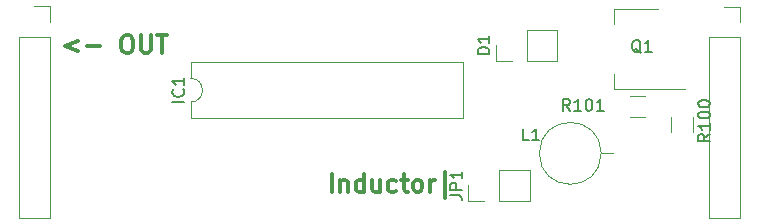
<source format=gto>
G04 #@! TF.GenerationSoftware,KiCad,Pcbnew,5.1.4-e60b266~84~ubuntu19.04.1*
G04 #@! TF.CreationDate,2019-08-18T18:54:56+02:00*
G04 #@! TF.ProjectId,ULN2803A_shield,554c4e32-3830-4334-915f-736869656c64,rev?*
G04 #@! TF.SameCoordinates,Original*
G04 #@! TF.FileFunction,Legend,Top*
G04 #@! TF.FilePolarity,Positive*
%FSLAX46Y46*%
G04 Gerber Fmt 4.6, Leading zero omitted, Abs format (unit mm)*
G04 Created by KiCad (PCBNEW 5.1.4-e60b266~84~ubuntu19.04.1) date 2019-08-18 18:54:56*
%MOMM*%
%LPD*%
G04 APERTURE LIST*
%ADD10C,0.300000*%
%ADD11C,0.120000*%
%ADD12C,0.150000*%
G04 APERTURE END LIST*
D10*
X63045714Y-109098571D02*
X63045714Y-107598571D01*
X63760000Y-108098571D02*
X63760000Y-109098571D01*
X63760000Y-108241428D02*
X63831428Y-108170000D01*
X63974285Y-108098571D01*
X64188571Y-108098571D01*
X64331428Y-108170000D01*
X64402857Y-108312857D01*
X64402857Y-109098571D01*
X65760000Y-109098571D02*
X65760000Y-107598571D01*
X65760000Y-109027142D02*
X65617142Y-109098571D01*
X65331428Y-109098571D01*
X65188571Y-109027142D01*
X65117142Y-108955714D01*
X65045714Y-108812857D01*
X65045714Y-108384285D01*
X65117142Y-108241428D01*
X65188571Y-108170000D01*
X65331428Y-108098571D01*
X65617142Y-108098571D01*
X65760000Y-108170000D01*
X67117142Y-108098571D02*
X67117142Y-109098571D01*
X66474285Y-108098571D02*
X66474285Y-108884285D01*
X66545714Y-109027142D01*
X66688571Y-109098571D01*
X66902857Y-109098571D01*
X67045714Y-109027142D01*
X67117142Y-108955714D01*
X68474285Y-109027142D02*
X68331428Y-109098571D01*
X68045714Y-109098571D01*
X67902857Y-109027142D01*
X67831428Y-108955714D01*
X67760000Y-108812857D01*
X67760000Y-108384285D01*
X67831428Y-108241428D01*
X67902857Y-108170000D01*
X68045714Y-108098571D01*
X68331428Y-108098571D01*
X68474285Y-108170000D01*
X68902857Y-108098571D02*
X69474285Y-108098571D01*
X69117142Y-107598571D02*
X69117142Y-108884285D01*
X69188571Y-109027142D01*
X69331428Y-109098571D01*
X69474285Y-109098571D01*
X70188571Y-109098571D02*
X70045714Y-109027142D01*
X69974285Y-108955714D01*
X69902857Y-108812857D01*
X69902857Y-108384285D01*
X69974285Y-108241428D01*
X70045714Y-108170000D01*
X70188571Y-108098571D01*
X70402857Y-108098571D01*
X70545714Y-108170000D01*
X70617142Y-108241428D01*
X70688571Y-108384285D01*
X70688571Y-108812857D01*
X70617142Y-108955714D01*
X70545714Y-109027142D01*
X70402857Y-109098571D01*
X70188571Y-109098571D01*
X71331428Y-109098571D02*
X71331428Y-108098571D01*
X71331428Y-108384285D02*
X71402857Y-108241428D01*
X71474285Y-108170000D01*
X71617142Y-108098571D01*
X71760000Y-108098571D01*
X72617142Y-109598571D02*
X72617142Y-107455714D01*
X41578571Y-96358571D02*
X40435714Y-96787142D01*
X41578571Y-97215714D01*
X42292857Y-96787142D02*
X43435714Y-96787142D01*
X45578571Y-95858571D02*
X45864285Y-95858571D01*
X46007142Y-95930000D01*
X46150000Y-96072857D01*
X46221428Y-96358571D01*
X46221428Y-96858571D01*
X46150000Y-97144285D01*
X46007142Y-97287142D01*
X45864285Y-97358571D01*
X45578571Y-97358571D01*
X45435714Y-97287142D01*
X45292857Y-97144285D01*
X45221428Y-96858571D01*
X45221428Y-96358571D01*
X45292857Y-96072857D01*
X45435714Y-95930000D01*
X45578571Y-95858571D01*
X46864285Y-95858571D02*
X46864285Y-97072857D01*
X46935714Y-97215714D01*
X47007142Y-97287142D01*
X47150000Y-97358571D01*
X47435714Y-97358571D01*
X47578571Y-97287142D01*
X47650000Y-97215714D01*
X47721428Y-97072857D01*
X47721428Y-95858571D01*
X48221428Y-95858571D02*
X49078571Y-95858571D01*
X48650000Y-97358571D02*
X48650000Y-95858571D01*
D11*
X86900000Y-93610000D02*
X86900000Y-94870000D01*
X86900000Y-100430000D02*
X86900000Y-99170000D01*
X90660000Y-93610000D02*
X86900000Y-93610000D01*
X92910000Y-100430000D02*
X86900000Y-100430000D01*
X85840000Y-105850000D02*
X86800000Y-105850000D01*
X85840000Y-105850000D02*
G75*
G03X85840000Y-105850000I-2620000J0D01*
G01*
X51080000Y-101500000D02*
X51080000Y-102870000D01*
X51080000Y-102870000D02*
X74180000Y-102870000D01*
X74180000Y-102870000D02*
X74180000Y-98130000D01*
X74180000Y-98130000D02*
X51080000Y-98130000D01*
X51080000Y-98130000D02*
X51080000Y-99500000D01*
X51080000Y-99500000D02*
G75*
G02X51080000Y-101500000I0J-1000000D01*
G01*
X79800000Y-109890000D02*
X79800000Y-107230000D01*
X77200000Y-109890000D02*
X79800000Y-109890000D01*
X77200000Y-107230000D02*
X79800000Y-107230000D01*
X77200000Y-109890000D02*
X77200000Y-107230000D01*
X75930000Y-109890000D02*
X74600000Y-109890000D01*
X74600000Y-109890000D02*
X74600000Y-108560000D01*
X82120000Y-98040000D02*
X82120000Y-95380000D01*
X79520000Y-98040000D02*
X82120000Y-98040000D01*
X79520000Y-95380000D02*
X82120000Y-95380000D01*
X79520000Y-98040000D02*
X79520000Y-95380000D01*
X78250000Y-98040000D02*
X76920000Y-98040000D01*
X76920000Y-98040000D02*
X76920000Y-96710000D01*
X94950000Y-96020000D02*
X97610000Y-96020000D01*
X94950000Y-96020000D02*
X94950000Y-111320000D01*
X94950000Y-111320000D02*
X97610000Y-111320000D01*
X97610000Y-96020000D02*
X97610000Y-111320000D01*
X97610000Y-93420000D02*
X97610000Y-94750000D01*
X96280000Y-93420000D02*
X97610000Y-93420000D01*
X37860000Y-93390000D02*
X39190000Y-93390000D01*
X39190000Y-93390000D02*
X39190000Y-94720000D01*
X39190000Y-95990000D02*
X39190000Y-111290000D01*
X36530000Y-111290000D02*
X39190000Y-111290000D01*
X36530000Y-95990000D02*
X36530000Y-111290000D01*
X36530000Y-95990000D02*
X39190000Y-95990000D01*
X91790000Y-102797936D02*
X91790000Y-104002064D01*
X93610000Y-102797936D02*
X93610000Y-104002064D01*
X89514564Y-102810000D02*
X88310436Y-102810000D01*
X89514564Y-100990000D02*
X88310436Y-100990000D01*
D12*
X89204761Y-97347619D02*
X89109523Y-97300000D01*
X89014285Y-97204761D01*
X88871428Y-97061904D01*
X88776190Y-97014285D01*
X88680952Y-97014285D01*
X88728571Y-97252380D02*
X88633333Y-97204761D01*
X88538095Y-97109523D01*
X88490476Y-96919047D01*
X88490476Y-96585714D01*
X88538095Y-96395238D01*
X88633333Y-96300000D01*
X88728571Y-96252380D01*
X88919047Y-96252380D01*
X89014285Y-96300000D01*
X89109523Y-96395238D01*
X89157142Y-96585714D01*
X89157142Y-96919047D01*
X89109523Y-97109523D01*
X89014285Y-97204761D01*
X88919047Y-97252380D01*
X88728571Y-97252380D01*
X90109523Y-97252380D02*
X89538095Y-97252380D01*
X89823809Y-97252380D02*
X89823809Y-96252380D01*
X89728571Y-96395238D01*
X89633333Y-96490476D01*
X89538095Y-96538095D01*
X79733333Y-104752380D02*
X79257142Y-104752380D01*
X79257142Y-103752380D01*
X80590476Y-104752380D02*
X80019047Y-104752380D01*
X80304761Y-104752380D02*
X80304761Y-103752380D01*
X80209523Y-103895238D01*
X80114285Y-103990476D01*
X80019047Y-104038095D01*
X50532380Y-101476190D02*
X49532380Y-101476190D01*
X50437142Y-100428571D02*
X50484761Y-100476190D01*
X50532380Y-100619047D01*
X50532380Y-100714285D01*
X50484761Y-100857142D01*
X50389523Y-100952380D01*
X50294285Y-101000000D01*
X50103809Y-101047619D01*
X49960952Y-101047619D01*
X49770476Y-101000000D01*
X49675238Y-100952380D01*
X49580000Y-100857142D01*
X49532380Y-100714285D01*
X49532380Y-100619047D01*
X49580000Y-100476190D01*
X49627619Y-100428571D01*
X50532380Y-99476190D02*
X50532380Y-100047619D01*
X50532380Y-99761904D02*
X49532380Y-99761904D01*
X49675238Y-99857142D01*
X49770476Y-99952380D01*
X49818095Y-100047619D01*
X73052380Y-109393333D02*
X73766666Y-109393333D01*
X73909523Y-109440952D01*
X74004761Y-109536190D01*
X74052380Y-109679047D01*
X74052380Y-109774285D01*
X74052380Y-108917142D02*
X73052380Y-108917142D01*
X73052380Y-108536190D01*
X73100000Y-108440952D01*
X73147619Y-108393333D01*
X73242857Y-108345714D01*
X73385714Y-108345714D01*
X73480952Y-108393333D01*
X73528571Y-108440952D01*
X73576190Y-108536190D01*
X73576190Y-108917142D01*
X74052380Y-107393333D02*
X74052380Y-107964761D01*
X74052380Y-107679047D02*
X73052380Y-107679047D01*
X73195238Y-107774285D01*
X73290476Y-107869523D01*
X73338095Y-107964761D01*
X76372380Y-97448095D02*
X75372380Y-97448095D01*
X75372380Y-97210000D01*
X75420000Y-97067142D01*
X75515238Y-96971904D01*
X75610476Y-96924285D01*
X75800952Y-96876666D01*
X75943809Y-96876666D01*
X76134285Y-96924285D01*
X76229523Y-96971904D01*
X76324761Y-97067142D01*
X76372380Y-97210000D01*
X76372380Y-97448095D01*
X76372380Y-95924285D02*
X76372380Y-96495714D01*
X76372380Y-96210000D02*
X75372380Y-96210000D01*
X75515238Y-96305238D01*
X75610476Y-96400476D01*
X75658095Y-96495714D01*
X95052380Y-104219047D02*
X94576190Y-104552380D01*
X95052380Y-104790476D02*
X94052380Y-104790476D01*
X94052380Y-104409523D01*
X94100000Y-104314285D01*
X94147619Y-104266666D01*
X94242857Y-104219047D01*
X94385714Y-104219047D01*
X94480952Y-104266666D01*
X94528571Y-104314285D01*
X94576190Y-104409523D01*
X94576190Y-104790476D01*
X95052380Y-103266666D02*
X95052380Y-103838095D01*
X95052380Y-103552380D02*
X94052380Y-103552380D01*
X94195238Y-103647619D01*
X94290476Y-103742857D01*
X94338095Y-103838095D01*
X94052380Y-102647619D02*
X94052380Y-102552380D01*
X94100000Y-102457142D01*
X94147619Y-102409523D01*
X94242857Y-102361904D01*
X94433333Y-102314285D01*
X94671428Y-102314285D01*
X94861904Y-102361904D01*
X94957142Y-102409523D01*
X95004761Y-102457142D01*
X95052380Y-102552380D01*
X95052380Y-102647619D01*
X95004761Y-102742857D01*
X94957142Y-102790476D01*
X94861904Y-102838095D01*
X94671428Y-102885714D01*
X94433333Y-102885714D01*
X94242857Y-102838095D01*
X94147619Y-102790476D01*
X94100000Y-102742857D01*
X94052380Y-102647619D01*
X94052380Y-101695238D02*
X94052380Y-101600000D01*
X94100000Y-101504761D01*
X94147619Y-101457142D01*
X94242857Y-101409523D01*
X94433333Y-101361904D01*
X94671428Y-101361904D01*
X94861904Y-101409523D01*
X94957142Y-101457142D01*
X95004761Y-101504761D01*
X95052380Y-101600000D01*
X95052380Y-101695238D01*
X95004761Y-101790476D01*
X94957142Y-101838095D01*
X94861904Y-101885714D01*
X94671428Y-101933333D01*
X94433333Y-101933333D01*
X94242857Y-101885714D01*
X94147619Y-101838095D01*
X94100000Y-101790476D01*
X94052380Y-101695238D01*
X83180952Y-102252380D02*
X82847619Y-101776190D01*
X82609523Y-102252380D02*
X82609523Y-101252380D01*
X82990476Y-101252380D01*
X83085714Y-101300000D01*
X83133333Y-101347619D01*
X83180952Y-101442857D01*
X83180952Y-101585714D01*
X83133333Y-101680952D01*
X83085714Y-101728571D01*
X82990476Y-101776190D01*
X82609523Y-101776190D01*
X84133333Y-102252380D02*
X83561904Y-102252380D01*
X83847619Y-102252380D02*
X83847619Y-101252380D01*
X83752380Y-101395238D01*
X83657142Y-101490476D01*
X83561904Y-101538095D01*
X84752380Y-101252380D02*
X84847619Y-101252380D01*
X84942857Y-101300000D01*
X84990476Y-101347619D01*
X85038095Y-101442857D01*
X85085714Y-101633333D01*
X85085714Y-101871428D01*
X85038095Y-102061904D01*
X84990476Y-102157142D01*
X84942857Y-102204761D01*
X84847619Y-102252380D01*
X84752380Y-102252380D01*
X84657142Y-102204761D01*
X84609523Y-102157142D01*
X84561904Y-102061904D01*
X84514285Y-101871428D01*
X84514285Y-101633333D01*
X84561904Y-101442857D01*
X84609523Y-101347619D01*
X84657142Y-101300000D01*
X84752380Y-101252380D01*
X86038095Y-102252380D02*
X85466666Y-102252380D01*
X85752380Y-102252380D02*
X85752380Y-101252380D01*
X85657142Y-101395238D01*
X85561904Y-101490476D01*
X85466666Y-101538095D01*
M02*

</source>
